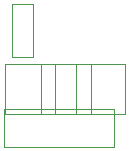
<source format=gbr>
G04 #@! TF.FileFunction,Other,User*
%FSLAX46Y46*%
G04 Gerber Fmt 4.6, Leading zero omitted, Abs format (unit mm)*
G04 Created by KiCad (PCBNEW 4.0.7) date 12/05/18 11:45:52*
%MOMM*%
%LPD*%
G01*
G04 APERTURE LIST*
%ADD10C,0.100000*%
%ADD11C,0.050000*%
G04 APERTURE END LIST*
D10*
X120955000Y-113335000D02*
X120955000Y-116535000D01*
X130255000Y-113335000D02*
X120955000Y-113335000D01*
X130255000Y-116535000D02*
X120955000Y-116535000D01*
X130255000Y-113335000D02*
X130255000Y-116535000D01*
D11*
X124138000Y-109533000D02*
X128338000Y-109533000D01*
X124138000Y-113733000D02*
X128338000Y-113733000D01*
X128338000Y-113733000D02*
X128338000Y-109533000D01*
X124138000Y-113733000D02*
X124138000Y-109533000D01*
X127059000Y-109533000D02*
X131259000Y-109533000D01*
X127059000Y-113733000D02*
X131259000Y-113733000D01*
X131259000Y-113733000D02*
X131259000Y-109533000D01*
X127059000Y-113733000D02*
X127059000Y-109533000D01*
X121090000Y-109533000D02*
X125290000Y-109533000D01*
X121090000Y-113733000D02*
X125290000Y-113733000D01*
X125290000Y-113733000D02*
X125290000Y-109533000D01*
X121090000Y-113733000D02*
X121090000Y-109533000D01*
X123435000Y-108930000D02*
X123435000Y-104430000D01*
X123435000Y-108930000D02*
X121685000Y-108930000D01*
X121685000Y-104430000D02*
X123435000Y-104430000D01*
X121685000Y-104430000D02*
X121685000Y-108930000D01*
M02*

</source>
